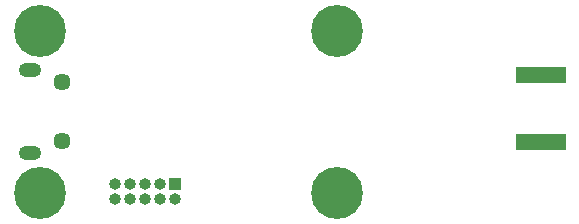
<source format=gbs>
%TF.GenerationSoftware,KiCad,Pcbnew,(5.1.12)-1*%
%TF.CreationDate,2022-02-05T21:00:18-05:00*%
%TF.ProjectId,usb-rf,7573622d-7266-42e6-9b69-6361645f7063,rev?*%
%TF.SameCoordinates,Original*%
%TF.FileFunction,Soldermask,Bot*%
%TF.FilePolarity,Negative*%
%FSLAX46Y46*%
G04 Gerber Fmt 4.6, Leading zero omitted, Abs format (unit mm)*
G04 Created by KiCad (PCBNEW (5.1.12)-1) date 2022-02-05 21:00:18*
%MOMM*%
%LPD*%
G01*
G04 APERTURE LIST*
%ADD10R,4.200000X1.350000*%
%ADD11O,1.900000X1.200000*%
%ADD12C,1.450000*%
%ADD13O,1.000000X1.000000*%
%ADD14R,1.000000X1.000000*%
%ADD15C,4.400000*%
G04 APERTURE END LIST*
D10*
X161036000Y-78963000D03*
X161036000Y-84613000D03*
D11*
X117762500Y-85500000D03*
X117762500Y-78500000D03*
D12*
X120462500Y-84500000D03*
X120462500Y-79500000D03*
D13*
X124968000Y-89408000D03*
X124968000Y-88138000D03*
X126238000Y-89408000D03*
X126238000Y-88138000D03*
X127508000Y-89408000D03*
X127508000Y-88138000D03*
X128778000Y-89408000D03*
X128778000Y-88138000D03*
X130048000Y-89408000D03*
D14*
X130048000Y-88138000D03*
D15*
X143764000Y-75184000D03*
X143764000Y-88900000D03*
X118618000Y-88900000D03*
X118618000Y-75184000D03*
M02*

</source>
